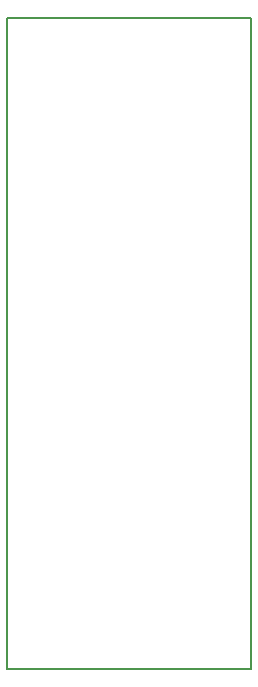
<source format=gm1>
G04 MADE WITH FRITZING*
G04 WWW.FRITZING.ORG*
G04 DOUBLE SIDED*
G04 HOLES PLATED*
G04 CONTOUR ON CENTER OF CONTOUR VECTOR*
%ASAXBY*%
%FSLAX23Y23*%
%MOIN*%
%OFA0B0*%
%SFA1.0B1.0*%
%ADD10R,0.820559X2.180850*%
%ADD11C,0.008000*%
%ADD10C,0.008*%
%LNCONTOUR*%
G90*
G70*
G54D10*
G54D11*
X4Y2177D02*
X817Y2177D01*
X817Y4D01*
X4Y4D01*
X4Y2177D01*
D02*
G04 End of contour*
M02*
</source>
